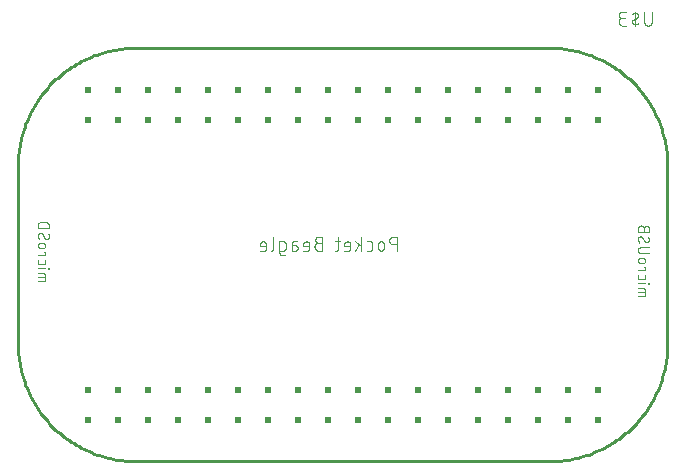
<source format=gbr>
G04 EAGLE Gerber RS-274X export*
G75*
%MOMM*%
%FSLAX34Y34*%
%LPD*%
%INSilkscreen Bottom*%
%IPPOS*%
%AMOC8*
5,1,8,0,0,1.08239X$1,22.5*%
G01*
%ADD10R,0.508000X0.508000*%
%ADD11C,0.254000*%
%ADD12C,0.101600*%
%ADD13C,0.076200*%


D10*
X1007700Y-66300D03*
X1007700Y-40900D03*
X982300Y-40900D03*
X982300Y-66300D03*
X956900Y-40900D03*
X956900Y-66300D03*
X931500Y-40900D03*
X906100Y-40900D03*
X880700Y-40900D03*
X931500Y-66300D03*
X906100Y-66300D03*
X880700Y-66300D03*
X855300Y-40900D03*
X855300Y-66300D03*
X829900Y-40900D03*
X829900Y-66300D03*
X804500Y-40900D03*
X804500Y-66300D03*
X779100Y-40900D03*
X779100Y-66300D03*
X753700Y-40900D03*
X753700Y-66300D03*
X728300Y-40900D03*
X728300Y-66300D03*
X702900Y-40900D03*
X702900Y-66300D03*
X677500Y-40900D03*
X677500Y-66300D03*
X652100Y-40900D03*
X652100Y-66300D03*
X626700Y-40900D03*
X626700Y-66300D03*
X601300Y-40900D03*
X601300Y-66300D03*
X575900Y-40900D03*
X575900Y-66300D03*
X1007700Y187700D03*
X1007700Y213100D03*
X982300Y213100D03*
X982300Y187700D03*
X956900Y213100D03*
X956900Y187700D03*
X931500Y213100D03*
X906100Y213100D03*
X880700Y213100D03*
X931500Y187700D03*
X906100Y187700D03*
X880700Y187700D03*
X855300Y213100D03*
X855300Y187700D03*
X829900Y213100D03*
X829900Y187700D03*
X804500Y213100D03*
X804500Y187700D03*
X779100Y213100D03*
X779100Y187700D03*
X753700Y213100D03*
X753700Y187700D03*
X728300Y213100D03*
X728300Y187700D03*
X702900Y213100D03*
X702900Y187700D03*
X677500Y213100D03*
X677500Y187700D03*
X652100Y213100D03*
X652100Y187700D03*
X626700Y213100D03*
X626700Y187700D03*
X601300Y213100D03*
X601300Y187700D03*
X575900Y213100D03*
X575900Y187700D03*
D11*
X616800Y248400D02*
X966800Y248400D01*
X969216Y248371D01*
X971631Y248283D01*
X974043Y248137D01*
X976451Y247933D01*
X978854Y247671D01*
X981249Y247351D01*
X983636Y246973D01*
X986013Y246537D01*
X988378Y246044D01*
X990732Y245494D01*
X993071Y244888D01*
X995395Y244225D01*
X997702Y243506D01*
X999991Y242731D01*
X1002260Y241902D01*
X1004509Y241017D01*
X1006736Y240079D01*
X1008940Y239087D01*
X1011119Y238043D01*
X1013272Y236946D01*
X1015398Y235797D01*
X1017496Y234597D01*
X1019564Y233347D01*
X1021601Y232047D01*
X1023606Y230698D01*
X1025579Y229302D01*
X1027516Y227858D01*
X1029419Y226367D01*
X1031284Y224832D01*
X1033112Y223251D01*
X1034902Y221627D01*
X1036651Y219960D01*
X1038360Y218251D01*
X1040027Y216502D01*
X1041651Y214712D01*
X1043232Y212884D01*
X1044767Y211019D01*
X1046258Y209116D01*
X1047702Y207179D01*
X1049098Y205206D01*
X1050447Y203201D01*
X1051747Y201164D01*
X1052997Y199096D01*
X1054197Y196998D01*
X1055346Y194872D01*
X1056443Y192719D01*
X1057487Y190540D01*
X1058479Y188336D01*
X1059417Y186109D01*
X1060302Y183860D01*
X1061131Y181591D01*
X1061906Y179302D01*
X1062625Y176995D01*
X1063288Y174671D01*
X1063894Y172332D01*
X1064444Y169978D01*
X1064937Y167613D01*
X1065373Y165236D01*
X1065751Y162849D01*
X1066071Y160454D01*
X1066333Y158051D01*
X1066537Y155643D01*
X1066683Y153231D01*
X1066771Y150816D01*
X1066800Y148400D01*
X1066800Y-1600D01*
X1066771Y-4016D01*
X1066683Y-6431D01*
X1066537Y-8843D01*
X1066333Y-11251D01*
X1066071Y-13654D01*
X1065751Y-16049D01*
X1065373Y-18436D01*
X1064937Y-20813D01*
X1064444Y-23178D01*
X1063894Y-25532D01*
X1063288Y-27871D01*
X1062625Y-30195D01*
X1061906Y-32502D01*
X1061131Y-34791D01*
X1060302Y-37060D01*
X1059417Y-39309D01*
X1058479Y-41536D01*
X1057487Y-43740D01*
X1056443Y-45919D01*
X1055346Y-48072D01*
X1054197Y-50198D01*
X1052997Y-52296D01*
X1051747Y-54364D01*
X1050447Y-56401D01*
X1049098Y-58406D01*
X1047702Y-60379D01*
X1046258Y-62316D01*
X1044767Y-64219D01*
X1043232Y-66084D01*
X1041651Y-67912D01*
X1040027Y-69702D01*
X1038360Y-71451D01*
X1036651Y-73160D01*
X1034902Y-74827D01*
X1033112Y-76451D01*
X1031284Y-78032D01*
X1029419Y-79567D01*
X1027516Y-81058D01*
X1025579Y-82502D01*
X1023606Y-83898D01*
X1021601Y-85247D01*
X1019564Y-86547D01*
X1017496Y-87797D01*
X1015398Y-88997D01*
X1013272Y-90146D01*
X1011119Y-91243D01*
X1008940Y-92287D01*
X1006736Y-93279D01*
X1004509Y-94217D01*
X1002260Y-95102D01*
X999991Y-95931D01*
X997702Y-96706D01*
X995395Y-97425D01*
X993071Y-98088D01*
X990732Y-98694D01*
X988378Y-99244D01*
X986013Y-99737D01*
X983636Y-100173D01*
X981249Y-100551D01*
X978854Y-100871D01*
X976451Y-101133D01*
X974043Y-101337D01*
X971631Y-101483D01*
X969216Y-101571D01*
X966800Y-101600D01*
X616800Y-101600D01*
X614384Y-101571D01*
X611969Y-101483D01*
X609557Y-101337D01*
X607149Y-101133D01*
X604746Y-100871D01*
X602351Y-100551D01*
X599964Y-100173D01*
X597587Y-99737D01*
X595222Y-99244D01*
X592868Y-98694D01*
X590529Y-98088D01*
X588205Y-97425D01*
X585898Y-96706D01*
X583609Y-95931D01*
X581340Y-95102D01*
X579091Y-94217D01*
X576864Y-93279D01*
X574660Y-92287D01*
X572481Y-91243D01*
X570328Y-90146D01*
X568202Y-88997D01*
X566104Y-87797D01*
X564036Y-86547D01*
X561999Y-85247D01*
X559994Y-83898D01*
X558021Y-82502D01*
X556084Y-81058D01*
X554181Y-79567D01*
X552316Y-78032D01*
X550488Y-76451D01*
X548698Y-74827D01*
X546949Y-73160D01*
X545240Y-71451D01*
X543573Y-69702D01*
X541949Y-67912D01*
X540368Y-66084D01*
X538833Y-64219D01*
X537342Y-62316D01*
X535898Y-60379D01*
X534502Y-58406D01*
X533153Y-56401D01*
X531853Y-54364D01*
X530603Y-52296D01*
X529403Y-50198D01*
X528254Y-48072D01*
X527157Y-45919D01*
X526113Y-43740D01*
X525121Y-41536D01*
X524183Y-39309D01*
X523298Y-37060D01*
X522469Y-34791D01*
X521694Y-32502D01*
X520975Y-30195D01*
X520312Y-27871D01*
X519706Y-25532D01*
X519156Y-23178D01*
X518663Y-20813D01*
X518227Y-18436D01*
X517849Y-16049D01*
X517529Y-13654D01*
X517267Y-11251D01*
X517063Y-8843D01*
X516917Y-6431D01*
X516829Y-4016D01*
X516800Y-1600D01*
X516800Y148400D01*
X516829Y150816D01*
X516917Y153231D01*
X517063Y155643D01*
X517267Y158051D01*
X517529Y160454D01*
X517849Y162849D01*
X518227Y165236D01*
X518663Y167613D01*
X519156Y169978D01*
X519706Y172332D01*
X520312Y174671D01*
X520975Y176995D01*
X521694Y179302D01*
X522469Y181591D01*
X523298Y183860D01*
X524183Y186109D01*
X525121Y188336D01*
X526113Y190540D01*
X527157Y192719D01*
X528254Y194872D01*
X529403Y196998D01*
X530603Y199096D01*
X531853Y201164D01*
X533153Y203201D01*
X534502Y205206D01*
X535898Y207179D01*
X537342Y209116D01*
X538833Y211019D01*
X540368Y212884D01*
X541949Y214712D01*
X543573Y216502D01*
X545240Y218251D01*
X546949Y219960D01*
X548698Y221627D01*
X550488Y223251D01*
X552316Y224832D01*
X554181Y226367D01*
X556084Y227858D01*
X558021Y229302D01*
X559994Y230698D01*
X561999Y232047D01*
X564036Y233347D01*
X566104Y234597D01*
X568202Y235797D01*
X570328Y236946D01*
X572481Y238043D01*
X574660Y239087D01*
X576864Y240079D01*
X579091Y241017D01*
X581340Y241902D01*
X583609Y242731D01*
X585898Y243506D01*
X588205Y244225D01*
X590529Y244888D01*
X592868Y245494D01*
X595222Y246044D01*
X597587Y246537D01*
X599964Y246973D01*
X602351Y247351D01*
X604746Y247671D01*
X607149Y247933D01*
X609557Y248137D01*
X611969Y248283D01*
X614384Y248371D01*
X616800Y248400D01*
D12*
X837692Y88392D02*
X837692Y76708D01*
X837692Y88392D02*
X834446Y88392D01*
X834333Y88390D01*
X834220Y88384D01*
X834107Y88374D01*
X833994Y88360D01*
X833882Y88343D01*
X833771Y88321D01*
X833661Y88296D01*
X833551Y88266D01*
X833443Y88233D01*
X833336Y88196D01*
X833230Y88156D01*
X833126Y88111D01*
X833023Y88063D01*
X832922Y88012D01*
X832823Y87957D01*
X832726Y87899D01*
X832631Y87837D01*
X832538Y87772D01*
X832448Y87704D01*
X832360Y87633D01*
X832274Y87558D01*
X832191Y87481D01*
X832111Y87401D01*
X832034Y87318D01*
X831959Y87232D01*
X831888Y87144D01*
X831820Y87054D01*
X831755Y86961D01*
X831693Y86866D01*
X831635Y86769D01*
X831580Y86670D01*
X831529Y86569D01*
X831481Y86466D01*
X831436Y86362D01*
X831396Y86256D01*
X831359Y86149D01*
X831326Y86041D01*
X831296Y85931D01*
X831271Y85821D01*
X831249Y85710D01*
X831232Y85598D01*
X831218Y85485D01*
X831208Y85372D01*
X831202Y85259D01*
X831200Y85146D01*
X831202Y85033D01*
X831208Y84920D01*
X831218Y84807D01*
X831232Y84694D01*
X831249Y84582D01*
X831271Y84471D01*
X831296Y84361D01*
X831326Y84251D01*
X831359Y84143D01*
X831396Y84036D01*
X831436Y83930D01*
X831481Y83826D01*
X831529Y83723D01*
X831580Y83622D01*
X831635Y83523D01*
X831693Y83426D01*
X831755Y83331D01*
X831820Y83238D01*
X831888Y83148D01*
X831959Y83060D01*
X832034Y82974D01*
X832111Y82891D01*
X832191Y82811D01*
X832274Y82734D01*
X832360Y82659D01*
X832448Y82588D01*
X832538Y82520D01*
X832631Y82455D01*
X832726Y82393D01*
X832823Y82335D01*
X832922Y82280D01*
X833023Y82229D01*
X833126Y82181D01*
X833230Y82136D01*
X833336Y82096D01*
X833443Y82059D01*
X833551Y82026D01*
X833661Y81996D01*
X833771Y81971D01*
X833882Y81949D01*
X833994Y81932D01*
X834107Y81918D01*
X834220Y81908D01*
X834333Y81902D01*
X834446Y81900D01*
X834446Y81901D02*
X837692Y81901D01*
X826925Y81901D02*
X826925Y79304D01*
X826925Y81901D02*
X826923Y82002D01*
X826917Y82102D01*
X826907Y82202D01*
X826894Y82302D01*
X826876Y82401D01*
X826855Y82500D01*
X826830Y82597D01*
X826801Y82694D01*
X826768Y82789D01*
X826732Y82883D01*
X826692Y82975D01*
X826649Y83066D01*
X826602Y83155D01*
X826552Y83242D01*
X826498Y83328D01*
X826441Y83411D01*
X826381Y83491D01*
X826318Y83570D01*
X826251Y83646D01*
X826182Y83719D01*
X826110Y83789D01*
X826036Y83857D01*
X825959Y83922D01*
X825879Y83983D01*
X825797Y84042D01*
X825713Y84097D01*
X825627Y84149D01*
X825539Y84198D01*
X825449Y84243D01*
X825357Y84285D01*
X825264Y84323D01*
X825169Y84357D01*
X825074Y84388D01*
X824977Y84415D01*
X824879Y84438D01*
X824780Y84458D01*
X824680Y84473D01*
X824580Y84485D01*
X824480Y84493D01*
X824379Y84497D01*
X824279Y84497D01*
X824178Y84493D01*
X824078Y84485D01*
X823978Y84473D01*
X823878Y84458D01*
X823779Y84438D01*
X823681Y84415D01*
X823584Y84388D01*
X823489Y84357D01*
X823394Y84323D01*
X823301Y84285D01*
X823209Y84243D01*
X823119Y84198D01*
X823031Y84149D01*
X822945Y84097D01*
X822861Y84042D01*
X822779Y83983D01*
X822699Y83922D01*
X822622Y83857D01*
X822548Y83789D01*
X822476Y83719D01*
X822407Y83646D01*
X822340Y83570D01*
X822277Y83491D01*
X822217Y83411D01*
X822160Y83328D01*
X822106Y83242D01*
X822056Y83155D01*
X822009Y83066D01*
X821966Y82975D01*
X821926Y82883D01*
X821890Y82789D01*
X821857Y82694D01*
X821828Y82597D01*
X821803Y82500D01*
X821782Y82401D01*
X821764Y82302D01*
X821751Y82202D01*
X821741Y82102D01*
X821735Y82002D01*
X821733Y81901D01*
X821732Y81901D02*
X821732Y79304D01*
X821733Y79304D02*
X821735Y79203D01*
X821741Y79103D01*
X821751Y79003D01*
X821764Y78903D01*
X821782Y78804D01*
X821803Y78705D01*
X821828Y78608D01*
X821857Y78511D01*
X821890Y78416D01*
X821926Y78322D01*
X821966Y78230D01*
X822009Y78139D01*
X822056Y78050D01*
X822106Y77963D01*
X822160Y77877D01*
X822217Y77794D01*
X822277Y77714D01*
X822340Y77635D01*
X822407Y77559D01*
X822476Y77486D01*
X822548Y77416D01*
X822622Y77348D01*
X822699Y77283D01*
X822779Y77222D01*
X822861Y77163D01*
X822945Y77108D01*
X823031Y77056D01*
X823119Y77007D01*
X823209Y76962D01*
X823301Y76920D01*
X823394Y76882D01*
X823489Y76848D01*
X823584Y76817D01*
X823681Y76790D01*
X823779Y76767D01*
X823878Y76747D01*
X823978Y76732D01*
X824078Y76720D01*
X824178Y76712D01*
X824279Y76708D01*
X824379Y76708D01*
X824480Y76712D01*
X824580Y76720D01*
X824680Y76732D01*
X824780Y76747D01*
X824879Y76767D01*
X824977Y76790D01*
X825074Y76817D01*
X825169Y76848D01*
X825264Y76882D01*
X825357Y76920D01*
X825449Y76962D01*
X825539Y77007D01*
X825627Y77056D01*
X825713Y77108D01*
X825797Y77163D01*
X825879Y77222D01*
X825959Y77283D01*
X826036Y77348D01*
X826110Y77416D01*
X826182Y77486D01*
X826251Y77559D01*
X826318Y77635D01*
X826381Y77714D01*
X826441Y77794D01*
X826498Y77877D01*
X826552Y77963D01*
X826602Y78050D01*
X826649Y78139D01*
X826692Y78230D01*
X826732Y78322D01*
X826768Y78416D01*
X826801Y78511D01*
X826830Y78608D01*
X826855Y78705D01*
X826876Y78804D01*
X826894Y78903D01*
X826907Y79003D01*
X826917Y79103D01*
X826923Y79203D01*
X826925Y79304D01*
X815059Y76708D02*
X812462Y76708D01*
X815059Y76708D02*
X815146Y76710D01*
X815234Y76716D01*
X815320Y76726D01*
X815407Y76739D01*
X815492Y76757D01*
X815577Y76778D01*
X815661Y76803D01*
X815743Y76832D01*
X815824Y76865D01*
X815904Y76901D01*
X815982Y76940D01*
X816058Y76984D01*
X816132Y77030D01*
X816203Y77080D01*
X816273Y77133D01*
X816340Y77189D01*
X816404Y77248D01*
X816466Y77310D01*
X816525Y77374D01*
X816581Y77441D01*
X816634Y77511D01*
X816684Y77582D01*
X816730Y77656D01*
X816774Y77732D01*
X816813Y77810D01*
X816849Y77890D01*
X816882Y77971D01*
X816911Y78053D01*
X816936Y78137D01*
X816957Y78222D01*
X816975Y78307D01*
X816988Y78394D01*
X816998Y78480D01*
X817004Y78568D01*
X817006Y78655D01*
X817006Y82550D01*
X817004Y82637D01*
X816998Y82725D01*
X816988Y82811D01*
X816975Y82898D01*
X816957Y82983D01*
X816936Y83068D01*
X816911Y83152D01*
X816882Y83234D01*
X816849Y83315D01*
X816813Y83395D01*
X816774Y83473D01*
X816730Y83549D01*
X816684Y83623D01*
X816634Y83694D01*
X816581Y83764D01*
X816525Y83831D01*
X816466Y83895D01*
X816404Y83957D01*
X816340Y84016D01*
X816273Y84072D01*
X816203Y84125D01*
X816132Y84175D01*
X816058Y84221D01*
X815982Y84265D01*
X815904Y84304D01*
X815824Y84340D01*
X815743Y84373D01*
X815661Y84402D01*
X815577Y84427D01*
X815492Y84448D01*
X815407Y84466D01*
X815320Y84479D01*
X815234Y84489D01*
X815146Y84495D01*
X815059Y84497D01*
X812462Y84497D01*
X807740Y88392D02*
X807740Y76708D01*
X807740Y80603D02*
X802547Y84497D01*
X805468Y82225D02*
X802547Y76708D01*
X796403Y76708D02*
X793157Y76708D01*
X796403Y76708D02*
X796490Y76710D01*
X796578Y76716D01*
X796664Y76726D01*
X796751Y76739D01*
X796836Y76757D01*
X796921Y76778D01*
X797005Y76803D01*
X797087Y76832D01*
X797168Y76865D01*
X797248Y76901D01*
X797326Y76940D01*
X797402Y76984D01*
X797476Y77030D01*
X797547Y77080D01*
X797617Y77133D01*
X797684Y77189D01*
X797748Y77248D01*
X797810Y77310D01*
X797869Y77374D01*
X797925Y77441D01*
X797978Y77511D01*
X798028Y77582D01*
X798074Y77656D01*
X798118Y77732D01*
X798157Y77810D01*
X798193Y77890D01*
X798226Y77971D01*
X798255Y78053D01*
X798280Y78137D01*
X798301Y78222D01*
X798319Y78307D01*
X798332Y78394D01*
X798342Y78480D01*
X798348Y78568D01*
X798350Y78655D01*
X798350Y81901D01*
X798348Y82002D01*
X798342Y82102D01*
X798332Y82202D01*
X798319Y82302D01*
X798301Y82401D01*
X798280Y82500D01*
X798255Y82597D01*
X798226Y82694D01*
X798193Y82789D01*
X798157Y82883D01*
X798117Y82975D01*
X798074Y83066D01*
X798027Y83155D01*
X797977Y83242D01*
X797923Y83328D01*
X797866Y83411D01*
X797806Y83491D01*
X797743Y83570D01*
X797676Y83646D01*
X797607Y83719D01*
X797535Y83789D01*
X797461Y83857D01*
X797384Y83922D01*
X797304Y83983D01*
X797222Y84042D01*
X797138Y84097D01*
X797052Y84149D01*
X796964Y84198D01*
X796874Y84243D01*
X796782Y84285D01*
X796689Y84323D01*
X796594Y84357D01*
X796499Y84388D01*
X796402Y84415D01*
X796304Y84438D01*
X796205Y84458D01*
X796105Y84473D01*
X796005Y84485D01*
X795905Y84493D01*
X795804Y84497D01*
X795704Y84497D01*
X795603Y84493D01*
X795503Y84485D01*
X795403Y84473D01*
X795303Y84458D01*
X795204Y84438D01*
X795106Y84415D01*
X795009Y84388D01*
X794914Y84357D01*
X794819Y84323D01*
X794726Y84285D01*
X794634Y84243D01*
X794544Y84198D01*
X794456Y84149D01*
X794370Y84097D01*
X794286Y84042D01*
X794204Y83983D01*
X794124Y83922D01*
X794047Y83857D01*
X793973Y83789D01*
X793901Y83719D01*
X793832Y83646D01*
X793765Y83570D01*
X793702Y83491D01*
X793642Y83411D01*
X793585Y83328D01*
X793531Y83242D01*
X793481Y83155D01*
X793434Y83066D01*
X793391Y82975D01*
X793351Y82883D01*
X793315Y82789D01*
X793282Y82694D01*
X793253Y82597D01*
X793228Y82500D01*
X793207Y82401D01*
X793189Y82302D01*
X793176Y82202D01*
X793166Y82102D01*
X793160Y82002D01*
X793158Y81901D01*
X793157Y81901D02*
X793157Y80603D01*
X798350Y80603D01*
X789412Y84497D02*
X785517Y84497D01*
X788113Y88392D02*
X788113Y78655D01*
X788111Y78568D01*
X788105Y78480D01*
X788095Y78394D01*
X788082Y78307D01*
X788064Y78222D01*
X788043Y78137D01*
X788018Y78053D01*
X787989Y77971D01*
X787956Y77890D01*
X787920Y77810D01*
X787881Y77732D01*
X787837Y77656D01*
X787791Y77582D01*
X787741Y77511D01*
X787688Y77441D01*
X787632Y77374D01*
X787573Y77310D01*
X787511Y77248D01*
X787447Y77189D01*
X787380Y77133D01*
X787310Y77080D01*
X787239Y77030D01*
X787165Y76984D01*
X787089Y76940D01*
X787011Y76901D01*
X786931Y76865D01*
X786850Y76832D01*
X786768Y76803D01*
X786684Y76778D01*
X786599Y76757D01*
X786514Y76739D01*
X786427Y76726D01*
X786341Y76716D01*
X786253Y76710D01*
X786166Y76708D01*
X785517Y76708D01*
X774446Y83199D02*
X771201Y83199D01*
X771201Y83200D02*
X771088Y83198D01*
X770975Y83192D01*
X770862Y83182D01*
X770749Y83168D01*
X770637Y83151D01*
X770526Y83129D01*
X770416Y83104D01*
X770306Y83074D01*
X770198Y83041D01*
X770091Y83004D01*
X769985Y82964D01*
X769881Y82919D01*
X769778Y82871D01*
X769677Y82820D01*
X769578Y82765D01*
X769481Y82707D01*
X769386Y82645D01*
X769293Y82580D01*
X769203Y82512D01*
X769115Y82441D01*
X769029Y82366D01*
X768946Y82289D01*
X768866Y82209D01*
X768789Y82126D01*
X768714Y82040D01*
X768643Y81952D01*
X768575Y81862D01*
X768510Y81769D01*
X768448Y81674D01*
X768390Y81577D01*
X768335Y81478D01*
X768284Y81377D01*
X768236Y81274D01*
X768191Y81170D01*
X768151Y81064D01*
X768114Y80957D01*
X768081Y80849D01*
X768051Y80739D01*
X768026Y80629D01*
X768004Y80518D01*
X767987Y80406D01*
X767973Y80293D01*
X767963Y80180D01*
X767957Y80067D01*
X767955Y79954D01*
X767957Y79841D01*
X767963Y79728D01*
X767973Y79615D01*
X767987Y79502D01*
X768004Y79390D01*
X768026Y79279D01*
X768051Y79169D01*
X768081Y79059D01*
X768114Y78951D01*
X768151Y78844D01*
X768191Y78738D01*
X768236Y78634D01*
X768284Y78531D01*
X768335Y78430D01*
X768390Y78331D01*
X768448Y78234D01*
X768510Y78139D01*
X768575Y78046D01*
X768643Y77956D01*
X768714Y77868D01*
X768789Y77782D01*
X768866Y77699D01*
X768946Y77619D01*
X769029Y77542D01*
X769115Y77467D01*
X769203Y77396D01*
X769293Y77328D01*
X769386Y77263D01*
X769481Y77201D01*
X769578Y77143D01*
X769677Y77088D01*
X769778Y77037D01*
X769881Y76989D01*
X769985Y76944D01*
X770091Y76904D01*
X770198Y76867D01*
X770306Y76834D01*
X770416Y76804D01*
X770526Y76779D01*
X770637Y76757D01*
X770749Y76740D01*
X770862Y76726D01*
X770975Y76716D01*
X771088Y76710D01*
X771201Y76708D01*
X774446Y76708D01*
X774446Y88392D01*
X771201Y88392D01*
X771100Y88390D01*
X771000Y88384D01*
X770900Y88374D01*
X770800Y88361D01*
X770701Y88343D01*
X770602Y88322D01*
X770505Y88297D01*
X770408Y88268D01*
X770313Y88235D01*
X770219Y88199D01*
X770127Y88159D01*
X770036Y88116D01*
X769947Y88069D01*
X769860Y88019D01*
X769774Y87965D01*
X769691Y87908D01*
X769611Y87848D01*
X769532Y87785D01*
X769456Y87718D01*
X769383Y87649D01*
X769313Y87577D01*
X769245Y87503D01*
X769180Y87426D01*
X769119Y87346D01*
X769060Y87264D01*
X769005Y87180D01*
X768953Y87094D01*
X768904Y87006D01*
X768859Y86916D01*
X768817Y86824D01*
X768779Y86731D01*
X768745Y86636D01*
X768714Y86541D01*
X768687Y86444D01*
X768664Y86346D01*
X768644Y86247D01*
X768629Y86147D01*
X768617Y86047D01*
X768609Y85947D01*
X768605Y85846D01*
X768605Y85746D01*
X768609Y85645D01*
X768617Y85545D01*
X768629Y85445D01*
X768644Y85345D01*
X768664Y85246D01*
X768687Y85148D01*
X768714Y85051D01*
X768745Y84956D01*
X768779Y84861D01*
X768817Y84768D01*
X768859Y84676D01*
X768904Y84586D01*
X768953Y84498D01*
X769005Y84412D01*
X769060Y84328D01*
X769119Y84246D01*
X769180Y84166D01*
X769245Y84089D01*
X769313Y84015D01*
X769383Y83943D01*
X769456Y83874D01*
X769532Y83807D01*
X769611Y83744D01*
X769691Y83684D01*
X769774Y83627D01*
X769860Y83573D01*
X769947Y83523D01*
X770036Y83476D01*
X770127Y83433D01*
X770219Y83393D01*
X770313Y83357D01*
X770408Y83324D01*
X770505Y83295D01*
X770602Y83270D01*
X770701Y83249D01*
X770800Y83231D01*
X770900Y83218D01*
X771000Y83208D01*
X771100Y83202D01*
X771201Y83200D01*
X761732Y76708D02*
X758486Y76708D01*
X761732Y76708D02*
X761819Y76710D01*
X761907Y76716D01*
X761993Y76726D01*
X762080Y76739D01*
X762165Y76757D01*
X762250Y76778D01*
X762334Y76803D01*
X762416Y76832D01*
X762497Y76865D01*
X762577Y76901D01*
X762655Y76940D01*
X762731Y76984D01*
X762805Y77030D01*
X762876Y77080D01*
X762946Y77133D01*
X763013Y77189D01*
X763077Y77248D01*
X763139Y77310D01*
X763198Y77374D01*
X763254Y77441D01*
X763307Y77511D01*
X763357Y77582D01*
X763403Y77656D01*
X763447Y77732D01*
X763486Y77810D01*
X763522Y77890D01*
X763555Y77971D01*
X763584Y78053D01*
X763609Y78137D01*
X763630Y78222D01*
X763648Y78307D01*
X763661Y78394D01*
X763671Y78480D01*
X763677Y78568D01*
X763679Y78655D01*
X763679Y81901D01*
X763677Y82002D01*
X763671Y82102D01*
X763661Y82202D01*
X763648Y82302D01*
X763630Y82401D01*
X763609Y82500D01*
X763584Y82597D01*
X763555Y82694D01*
X763522Y82789D01*
X763486Y82883D01*
X763446Y82975D01*
X763403Y83066D01*
X763356Y83155D01*
X763306Y83242D01*
X763252Y83328D01*
X763195Y83411D01*
X763135Y83491D01*
X763072Y83570D01*
X763005Y83646D01*
X762936Y83719D01*
X762864Y83789D01*
X762790Y83857D01*
X762713Y83922D01*
X762633Y83983D01*
X762551Y84042D01*
X762467Y84097D01*
X762381Y84149D01*
X762293Y84198D01*
X762203Y84243D01*
X762111Y84285D01*
X762018Y84323D01*
X761923Y84357D01*
X761828Y84388D01*
X761731Y84415D01*
X761633Y84438D01*
X761534Y84458D01*
X761434Y84473D01*
X761334Y84485D01*
X761234Y84493D01*
X761133Y84497D01*
X761033Y84497D01*
X760932Y84493D01*
X760832Y84485D01*
X760732Y84473D01*
X760632Y84458D01*
X760533Y84438D01*
X760435Y84415D01*
X760338Y84388D01*
X760243Y84357D01*
X760148Y84323D01*
X760055Y84285D01*
X759963Y84243D01*
X759873Y84198D01*
X759785Y84149D01*
X759699Y84097D01*
X759615Y84042D01*
X759533Y83983D01*
X759453Y83922D01*
X759376Y83857D01*
X759302Y83789D01*
X759230Y83719D01*
X759161Y83646D01*
X759094Y83570D01*
X759031Y83491D01*
X758971Y83411D01*
X758914Y83328D01*
X758860Y83242D01*
X758810Y83155D01*
X758763Y83066D01*
X758720Y82975D01*
X758680Y82883D01*
X758644Y82789D01*
X758611Y82694D01*
X758582Y82597D01*
X758557Y82500D01*
X758536Y82401D01*
X758518Y82302D01*
X758505Y82202D01*
X758495Y82102D01*
X758489Y82002D01*
X758487Y81901D01*
X758486Y81901D02*
X758486Y80603D01*
X763679Y80603D01*
X751560Y81252D02*
X748639Y81252D01*
X751560Y81252D02*
X751654Y81250D01*
X751748Y81244D01*
X751841Y81235D01*
X751934Y81221D01*
X752026Y81204D01*
X752118Y81182D01*
X752208Y81158D01*
X752298Y81129D01*
X752386Y81097D01*
X752473Y81061D01*
X752558Y81021D01*
X752641Y80978D01*
X752723Y80932D01*
X752803Y80882D01*
X752880Y80829D01*
X752955Y80773D01*
X753028Y80714D01*
X753099Y80652D01*
X753167Y80587D01*
X753232Y80519D01*
X753294Y80448D01*
X753353Y80375D01*
X753409Y80300D01*
X753462Y80223D01*
X753512Y80143D01*
X753558Y80061D01*
X753601Y79978D01*
X753641Y79893D01*
X753677Y79806D01*
X753709Y79718D01*
X753738Y79628D01*
X753762Y79538D01*
X753784Y79446D01*
X753801Y79354D01*
X753815Y79261D01*
X753824Y79168D01*
X753830Y79074D01*
X753832Y78980D01*
X753830Y78886D01*
X753824Y78792D01*
X753815Y78699D01*
X753801Y78606D01*
X753784Y78514D01*
X753762Y78422D01*
X753738Y78332D01*
X753709Y78242D01*
X753677Y78154D01*
X753641Y78067D01*
X753601Y77982D01*
X753558Y77899D01*
X753512Y77817D01*
X753462Y77737D01*
X753409Y77660D01*
X753353Y77585D01*
X753294Y77512D01*
X753232Y77441D01*
X753167Y77373D01*
X753099Y77308D01*
X753028Y77246D01*
X752955Y77187D01*
X752880Y77131D01*
X752803Y77078D01*
X752723Y77028D01*
X752641Y76982D01*
X752558Y76939D01*
X752473Y76899D01*
X752386Y76863D01*
X752298Y76831D01*
X752208Y76802D01*
X752118Y76778D01*
X752026Y76756D01*
X751934Y76739D01*
X751841Y76725D01*
X751748Y76716D01*
X751654Y76710D01*
X751560Y76708D01*
X748639Y76708D01*
X748639Y82550D01*
X748640Y82550D02*
X748642Y82637D01*
X748648Y82725D01*
X748658Y82811D01*
X748671Y82898D01*
X748689Y82983D01*
X748710Y83068D01*
X748735Y83152D01*
X748764Y83234D01*
X748797Y83315D01*
X748833Y83395D01*
X748872Y83473D01*
X748916Y83549D01*
X748962Y83623D01*
X749012Y83694D01*
X749065Y83764D01*
X749121Y83831D01*
X749180Y83896D01*
X749242Y83957D01*
X749306Y84016D01*
X749373Y84072D01*
X749443Y84125D01*
X749514Y84175D01*
X749588Y84221D01*
X749664Y84265D01*
X749742Y84304D01*
X749822Y84340D01*
X749903Y84373D01*
X749985Y84402D01*
X750069Y84427D01*
X750154Y84448D01*
X750239Y84466D01*
X750326Y84479D01*
X750413Y84489D01*
X750500Y84495D01*
X750587Y84497D01*
X753183Y84497D01*
X741598Y76708D02*
X738352Y76708D01*
X741598Y76708D02*
X741685Y76710D01*
X741773Y76716D01*
X741859Y76726D01*
X741946Y76739D01*
X742031Y76757D01*
X742116Y76778D01*
X742200Y76803D01*
X742282Y76832D01*
X742363Y76865D01*
X742443Y76901D01*
X742521Y76940D01*
X742597Y76984D01*
X742671Y77030D01*
X742742Y77080D01*
X742812Y77133D01*
X742879Y77189D01*
X742943Y77248D01*
X743005Y77310D01*
X743064Y77374D01*
X743120Y77441D01*
X743173Y77511D01*
X743223Y77582D01*
X743269Y77656D01*
X743313Y77732D01*
X743352Y77810D01*
X743388Y77890D01*
X743421Y77971D01*
X743450Y78053D01*
X743475Y78137D01*
X743496Y78222D01*
X743514Y78307D01*
X743527Y78394D01*
X743537Y78480D01*
X743543Y78568D01*
X743545Y78655D01*
X743545Y82550D01*
X743543Y82637D01*
X743537Y82725D01*
X743527Y82811D01*
X743514Y82898D01*
X743496Y82983D01*
X743475Y83068D01*
X743450Y83152D01*
X743421Y83234D01*
X743388Y83315D01*
X743352Y83395D01*
X743313Y83473D01*
X743269Y83549D01*
X743223Y83623D01*
X743173Y83694D01*
X743120Y83764D01*
X743064Y83831D01*
X743005Y83895D01*
X742943Y83957D01*
X742879Y84016D01*
X742812Y84072D01*
X742742Y84125D01*
X742671Y84175D01*
X742597Y84221D01*
X742521Y84265D01*
X742443Y84304D01*
X742363Y84340D01*
X742282Y84373D01*
X742200Y84402D01*
X742116Y84427D01*
X742031Y84448D01*
X741946Y84466D01*
X741859Y84479D01*
X741773Y84489D01*
X741685Y84495D01*
X741598Y84497D01*
X738352Y84497D01*
X738352Y74761D01*
X738353Y74761D02*
X738355Y74674D01*
X738361Y74586D01*
X738371Y74500D01*
X738384Y74413D01*
X738402Y74328D01*
X738423Y74243D01*
X738448Y74159D01*
X738477Y74077D01*
X738510Y73996D01*
X738546Y73916D01*
X738585Y73838D01*
X738629Y73762D01*
X738675Y73688D01*
X738725Y73617D01*
X738778Y73547D01*
X738834Y73480D01*
X738893Y73416D01*
X738955Y73354D01*
X739019Y73295D01*
X739086Y73239D01*
X739156Y73186D01*
X739227Y73136D01*
X739301Y73090D01*
X739377Y73046D01*
X739455Y73007D01*
X739535Y72971D01*
X739616Y72938D01*
X739698Y72909D01*
X739782Y72884D01*
X739867Y72863D01*
X739952Y72845D01*
X740039Y72832D01*
X740125Y72822D01*
X740213Y72816D01*
X740300Y72814D01*
X740300Y72813D02*
X742896Y72813D01*
X733050Y78655D02*
X733050Y88392D01*
X733050Y78655D02*
X733048Y78568D01*
X733042Y78480D01*
X733032Y78394D01*
X733019Y78307D01*
X733001Y78222D01*
X732980Y78137D01*
X732955Y78053D01*
X732926Y77971D01*
X732893Y77890D01*
X732857Y77810D01*
X732818Y77732D01*
X732774Y77656D01*
X732728Y77582D01*
X732678Y77511D01*
X732625Y77441D01*
X732569Y77374D01*
X732510Y77310D01*
X732448Y77248D01*
X732384Y77189D01*
X732317Y77133D01*
X732247Y77080D01*
X732176Y77030D01*
X732102Y76984D01*
X732026Y76940D01*
X731948Y76901D01*
X731868Y76865D01*
X731787Y76832D01*
X731705Y76803D01*
X731621Y76778D01*
X731536Y76757D01*
X731451Y76739D01*
X731364Y76726D01*
X731278Y76716D01*
X731190Y76710D01*
X731103Y76708D01*
X725156Y76708D02*
X721911Y76708D01*
X725156Y76708D02*
X725243Y76710D01*
X725331Y76716D01*
X725417Y76726D01*
X725504Y76739D01*
X725589Y76757D01*
X725674Y76778D01*
X725758Y76803D01*
X725840Y76832D01*
X725921Y76865D01*
X726001Y76901D01*
X726079Y76940D01*
X726155Y76984D01*
X726229Y77030D01*
X726300Y77080D01*
X726370Y77133D01*
X726437Y77189D01*
X726501Y77248D01*
X726563Y77310D01*
X726622Y77374D01*
X726678Y77441D01*
X726731Y77511D01*
X726781Y77582D01*
X726827Y77656D01*
X726871Y77732D01*
X726910Y77810D01*
X726946Y77890D01*
X726979Y77971D01*
X727008Y78053D01*
X727033Y78137D01*
X727054Y78222D01*
X727072Y78307D01*
X727085Y78394D01*
X727095Y78480D01*
X727101Y78568D01*
X727103Y78655D01*
X727103Y81901D01*
X727101Y82002D01*
X727095Y82102D01*
X727085Y82202D01*
X727072Y82302D01*
X727054Y82401D01*
X727033Y82500D01*
X727008Y82597D01*
X726979Y82694D01*
X726946Y82789D01*
X726910Y82883D01*
X726870Y82975D01*
X726827Y83066D01*
X726780Y83155D01*
X726730Y83242D01*
X726676Y83328D01*
X726619Y83411D01*
X726559Y83491D01*
X726496Y83570D01*
X726429Y83646D01*
X726360Y83719D01*
X726288Y83789D01*
X726214Y83857D01*
X726137Y83922D01*
X726057Y83983D01*
X725975Y84042D01*
X725891Y84097D01*
X725805Y84149D01*
X725717Y84198D01*
X725627Y84243D01*
X725535Y84285D01*
X725442Y84323D01*
X725347Y84357D01*
X725252Y84388D01*
X725155Y84415D01*
X725057Y84438D01*
X724958Y84458D01*
X724858Y84473D01*
X724758Y84485D01*
X724658Y84493D01*
X724557Y84497D01*
X724457Y84497D01*
X724356Y84493D01*
X724256Y84485D01*
X724156Y84473D01*
X724056Y84458D01*
X723957Y84438D01*
X723859Y84415D01*
X723762Y84388D01*
X723667Y84357D01*
X723572Y84323D01*
X723479Y84285D01*
X723387Y84243D01*
X723297Y84198D01*
X723209Y84149D01*
X723123Y84097D01*
X723039Y84042D01*
X722957Y83983D01*
X722877Y83922D01*
X722800Y83857D01*
X722726Y83789D01*
X722654Y83719D01*
X722585Y83646D01*
X722518Y83570D01*
X722455Y83491D01*
X722395Y83411D01*
X722338Y83328D01*
X722284Y83242D01*
X722234Y83155D01*
X722187Y83066D01*
X722144Y82975D01*
X722104Y82883D01*
X722068Y82789D01*
X722035Y82694D01*
X722006Y82597D01*
X721981Y82500D01*
X721960Y82401D01*
X721942Y82302D01*
X721929Y82202D01*
X721919Y82102D01*
X721913Y82002D01*
X721911Y81901D01*
X721911Y80603D01*
X727103Y80603D01*
D13*
X1041781Y38481D02*
X1048046Y38481D01*
X1048046Y43180D01*
X1048044Y43257D01*
X1048038Y43333D01*
X1048029Y43410D01*
X1048016Y43486D01*
X1047999Y43561D01*
X1047979Y43635D01*
X1047954Y43708D01*
X1047927Y43779D01*
X1047896Y43850D01*
X1047861Y43918D01*
X1047823Y43985D01*
X1047782Y44050D01*
X1047738Y44113D01*
X1047691Y44173D01*
X1047640Y44232D01*
X1047587Y44287D01*
X1047532Y44340D01*
X1047473Y44391D01*
X1047413Y44438D01*
X1047350Y44482D01*
X1047285Y44523D01*
X1047218Y44561D01*
X1047150Y44596D01*
X1047079Y44627D01*
X1047008Y44654D01*
X1046935Y44679D01*
X1046861Y44699D01*
X1046786Y44716D01*
X1046710Y44729D01*
X1046633Y44738D01*
X1046557Y44744D01*
X1046480Y44746D01*
X1041781Y44746D01*
X1041781Y41614D02*
X1048046Y41614D01*
X1048046Y48929D02*
X1041781Y48929D01*
X1050657Y48668D02*
X1051179Y48668D01*
X1051179Y49190D01*
X1050657Y49190D01*
X1050657Y48668D01*
X1041781Y54208D02*
X1041781Y56297D01*
X1041781Y54208D02*
X1041783Y54131D01*
X1041789Y54055D01*
X1041798Y53978D01*
X1041811Y53902D01*
X1041828Y53827D01*
X1041848Y53753D01*
X1041873Y53680D01*
X1041900Y53609D01*
X1041931Y53538D01*
X1041966Y53470D01*
X1042004Y53403D01*
X1042045Y53338D01*
X1042089Y53275D01*
X1042136Y53215D01*
X1042187Y53156D01*
X1042240Y53101D01*
X1042295Y53048D01*
X1042354Y52997D01*
X1042414Y52950D01*
X1042477Y52906D01*
X1042542Y52865D01*
X1042609Y52827D01*
X1042677Y52792D01*
X1042748Y52761D01*
X1042819Y52734D01*
X1042892Y52709D01*
X1042966Y52689D01*
X1043041Y52672D01*
X1043117Y52659D01*
X1043194Y52650D01*
X1043270Y52644D01*
X1043347Y52642D01*
X1046480Y52642D01*
X1046557Y52644D01*
X1046633Y52650D01*
X1046710Y52659D01*
X1046786Y52672D01*
X1046861Y52689D01*
X1046935Y52709D01*
X1047008Y52734D01*
X1047079Y52761D01*
X1047150Y52792D01*
X1047218Y52827D01*
X1047285Y52865D01*
X1047350Y52906D01*
X1047413Y52950D01*
X1047473Y52997D01*
X1047532Y53048D01*
X1047587Y53101D01*
X1047640Y53156D01*
X1047691Y53215D01*
X1047738Y53275D01*
X1047782Y53338D01*
X1047823Y53403D01*
X1047861Y53470D01*
X1047896Y53538D01*
X1047927Y53609D01*
X1047954Y53680D01*
X1047979Y53753D01*
X1047999Y53827D01*
X1048016Y53902D01*
X1048029Y53978D01*
X1048038Y54055D01*
X1048044Y54131D01*
X1048046Y54208D01*
X1048046Y56297D01*
X1048046Y59998D02*
X1041781Y59998D01*
X1048046Y59998D02*
X1048046Y63131D01*
X1047002Y63131D01*
X1045958Y66043D02*
X1043869Y66043D01*
X1045958Y66043D02*
X1046048Y66045D01*
X1046137Y66051D01*
X1046227Y66060D01*
X1046316Y66074D01*
X1046404Y66091D01*
X1046491Y66112D01*
X1046578Y66137D01*
X1046663Y66166D01*
X1046747Y66198D01*
X1046829Y66233D01*
X1046910Y66273D01*
X1046989Y66315D01*
X1047066Y66361D01*
X1047141Y66411D01*
X1047214Y66463D01*
X1047285Y66519D01*
X1047353Y66577D01*
X1047418Y66639D01*
X1047481Y66703D01*
X1047541Y66770D01*
X1047598Y66839D01*
X1047652Y66911D01*
X1047703Y66985D01*
X1047751Y67061D01*
X1047795Y67139D01*
X1047836Y67219D01*
X1047874Y67301D01*
X1047908Y67384D01*
X1047938Y67469D01*
X1047965Y67555D01*
X1047988Y67641D01*
X1048007Y67729D01*
X1048022Y67818D01*
X1048034Y67907D01*
X1048042Y67996D01*
X1048046Y68086D01*
X1048046Y68176D01*
X1048042Y68266D01*
X1048034Y68355D01*
X1048022Y68444D01*
X1048007Y68533D01*
X1047988Y68621D01*
X1047965Y68707D01*
X1047938Y68793D01*
X1047908Y68878D01*
X1047874Y68961D01*
X1047836Y69043D01*
X1047795Y69123D01*
X1047751Y69201D01*
X1047703Y69277D01*
X1047652Y69351D01*
X1047598Y69423D01*
X1047541Y69492D01*
X1047481Y69559D01*
X1047418Y69623D01*
X1047353Y69685D01*
X1047285Y69743D01*
X1047214Y69799D01*
X1047141Y69851D01*
X1047066Y69901D01*
X1046989Y69947D01*
X1046910Y69989D01*
X1046829Y70029D01*
X1046747Y70064D01*
X1046663Y70096D01*
X1046578Y70125D01*
X1046491Y70150D01*
X1046404Y70171D01*
X1046316Y70188D01*
X1046227Y70202D01*
X1046137Y70211D01*
X1046048Y70217D01*
X1045958Y70219D01*
X1045958Y70220D02*
X1043869Y70220D01*
X1043869Y70219D02*
X1043779Y70217D01*
X1043690Y70211D01*
X1043600Y70202D01*
X1043511Y70188D01*
X1043423Y70171D01*
X1043336Y70150D01*
X1043249Y70125D01*
X1043164Y70096D01*
X1043080Y70064D01*
X1042998Y70029D01*
X1042917Y69989D01*
X1042838Y69947D01*
X1042761Y69901D01*
X1042686Y69851D01*
X1042613Y69799D01*
X1042542Y69743D01*
X1042474Y69685D01*
X1042409Y69623D01*
X1042346Y69559D01*
X1042286Y69492D01*
X1042229Y69423D01*
X1042175Y69351D01*
X1042124Y69277D01*
X1042076Y69201D01*
X1042032Y69123D01*
X1041991Y69043D01*
X1041953Y68961D01*
X1041919Y68878D01*
X1041889Y68793D01*
X1041862Y68707D01*
X1041839Y68621D01*
X1041820Y68533D01*
X1041805Y68444D01*
X1041793Y68355D01*
X1041785Y68266D01*
X1041781Y68176D01*
X1041781Y68086D01*
X1041785Y67996D01*
X1041793Y67907D01*
X1041805Y67818D01*
X1041820Y67729D01*
X1041839Y67641D01*
X1041862Y67555D01*
X1041889Y67469D01*
X1041919Y67384D01*
X1041953Y67301D01*
X1041991Y67219D01*
X1042032Y67139D01*
X1042076Y67061D01*
X1042124Y66985D01*
X1042175Y66911D01*
X1042229Y66839D01*
X1042286Y66770D01*
X1042346Y66703D01*
X1042409Y66639D01*
X1042474Y66577D01*
X1042542Y66519D01*
X1042613Y66463D01*
X1042686Y66411D01*
X1042761Y66361D01*
X1042838Y66315D01*
X1042917Y66273D01*
X1042998Y66233D01*
X1043080Y66198D01*
X1043164Y66166D01*
X1043249Y66137D01*
X1043336Y66112D01*
X1043423Y66091D01*
X1043511Y66074D01*
X1043600Y66060D01*
X1043690Y66051D01*
X1043779Y66045D01*
X1043869Y66043D01*
X1044392Y74360D02*
X1051179Y74360D01*
X1044392Y74359D02*
X1044291Y74361D01*
X1044190Y74367D01*
X1044089Y74377D01*
X1043989Y74390D01*
X1043889Y74408D01*
X1043790Y74429D01*
X1043692Y74455D01*
X1043595Y74484D01*
X1043499Y74516D01*
X1043405Y74553D01*
X1043312Y74593D01*
X1043220Y74637D01*
X1043131Y74684D01*
X1043043Y74735D01*
X1042957Y74789D01*
X1042874Y74846D01*
X1042792Y74906D01*
X1042714Y74970D01*
X1042637Y75036D01*
X1042564Y75106D01*
X1042493Y75178D01*
X1042425Y75253D01*
X1042360Y75331D01*
X1042298Y75411D01*
X1042239Y75493D01*
X1042183Y75578D01*
X1042131Y75665D01*
X1042082Y75753D01*
X1042036Y75844D01*
X1041995Y75936D01*
X1041956Y76030D01*
X1041922Y76125D01*
X1041891Y76221D01*
X1041864Y76319D01*
X1041840Y76417D01*
X1041821Y76517D01*
X1041805Y76617D01*
X1041793Y76717D01*
X1041785Y76818D01*
X1041781Y76919D01*
X1041781Y77021D01*
X1041785Y77122D01*
X1041793Y77223D01*
X1041805Y77323D01*
X1041821Y77423D01*
X1041840Y77523D01*
X1041864Y77621D01*
X1041891Y77719D01*
X1041922Y77815D01*
X1041956Y77910D01*
X1041995Y78004D01*
X1042036Y78096D01*
X1042082Y78187D01*
X1042131Y78276D01*
X1042183Y78362D01*
X1042239Y78447D01*
X1042298Y78529D01*
X1042360Y78609D01*
X1042425Y78687D01*
X1042493Y78762D01*
X1042564Y78834D01*
X1042637Y78904D01*
X1042714Y78970D01*
X1042792Y79034D01*
X1042874Y79094D01*
X1042957Y79151D01*
X1043043Y79205D01*
X1043131Y79256D01*
X1043220Y79303D01*
X1043312Y79347D01*
X1043405Y79387D01*
X1043499Y79424D01*
X1043595Y79456D01*
X1043692Y79485D01*
X1043790Y79511D01*
X1043889Y79532D01*
X1043989Y79550D01*
X1044089Y79563D01*
X1044190Y79573D01*
X1044291Y79579D01*
X1044392Y79581D01*
X1051179Y79581D01*
X1043869Y88724D02*
X1043780Y88722D01*
X1043692Y88716D01*
X1043604Y88707D01*
X1043516Y88694D01*
X1043429Y88677D01*
X1043343Y88657D01*
X1043258Y88632D01*
X1043173Y88605D01*
X1043090Y88573D01*
X1043009Y88539D01*
X1042929Y88500D01*
X1042851Y88459D01*
X1042774Y88414D01*
X1042700Y88366D01*
X1042627Y88315D01*
X1042557Y88261D01*
X1042490Y88203D01*
X1042424Y88143D01*
X1042362Y88081D01*
X1042302Y88015D01*
X1042244Y87948D01*
X1042190Y87878D01*
X1042139Y87805D01*
X1042091Y87731D01*
X1042046Y87654D01*
X1042005Y87576D01*
X1041966Y87496D01*
X1041932Y87415D01*
X1041900Y87332D01*
X1041873Y87247D01*
X1041848Y87162D01*
X1041828Y87076D01*
X1041811Y86989D01*
X1041798Y86901D01*
X1041789Y86813D01*
X1041783Y86725D01*
X1041781Y86636D01*
X1041783Y86507D01*
X1041789Y86378D01*
X1041798Y86249D01*
X1041811Y86121D01*
X1041828Y85993D01*
X1041849Y85866D01*
X1041873Y85739D01*
X1041901Y85613D01*
X1041933Y85488D01*
X1041968Y85364D01*
X1042007Y85241D01*
X1042050Y85119D01*
X1042096Y84999D01*
X1042146Y84880D01*
X1042199Y84762D01*
X1042255Y84646D01*
X1042315Y84532D01*
X1042378Y84419D01*
X1042445Y84309D01*
X1042514Y84200D01*
X1042587Y84094D01*
X1042663Y83989D01*
X1042742Y83887D01*
X1042824Y83788D01*
X1042908Y83690D01*
X1042996Y83595D01*
X1043086Y83503D01*
X1049091Y83765D02*
X1049180Y83767D01*
X1049268Y83773D01*
X1049356Y83782D01*
X1049444Y83795D01*
X1049531Y83812D01*
X1049617Y83832D01*
X1049702Y83857D01*
X1049787Y83884D01*
X1049870Y83916D01*
X1049951Y83950D01*
X1050031Y83989D01*
X1050109Y84030D01*
X1050186Y84075D01*
X1050260Y84123D01*
X1050333Y84174D01*
X1050403Y84228D01*
X1050470Y84286D01*
X1050536Y84346D01*
X1050598Y84408D01*
X1050658Y84474D01*
X1050716Y84541D01*
X1050770Y84611D01*
X1050821Y84684D01*
X1050869Y84758D01*
X1050914Y84835D01*
X1050955Y84913D01*
X1050994Y84993D01*
X1051028Y85074D01*
X1051060Y85157D01*
X1051087Y85242D01*
X1051112Y85327D01*
X1051132Y85413D01*
X1051149Y85500D01*
X1051162Y85588D01*
X1051171Y85676D01*
X1051177Y85764D01*
X1051179Y85853D01*
X1051177Y85973D01*
X1051172Y86093D01*
X1051162Y86213D01*
X1051150Y86332D01*
X1051133Y86451D01*
X1051113Y86569D01*
X1051089Y86687D01*
X1051062Y86803D01*
X1051031Y86919D01*
X1050997Y87034D01*
X1050959Y87148D01*
X1050917Y87261D01*
X1050872Y87372D01*
X1050824Y87482D01*
X1050773Y87590D01*
X1050718Y87697D01*
X1050660Y87802D01*
X1050598Y87905D01*
X1050534Y88006D01*
X1050466Y88106D01*
X1050396Y88203D01*
X1047264Y84809D02*
X1047312Y84731D01*
X1047364Y84655D01*
X1047418Y84582D01*
X1047476Y84511D01*
X1047537Y84442D01*
X1047601Y84376D01*
X1047668Y84313D01*
X1047737Y84253D01*
X1047809Y84196D01*
X1047883Y84142D01*
X1047960Y84092D01*
X1048039Y84044D01*
X1048119Y84001D01*
X1048202Y83960D01*
X1048286Y83924D01*
X1048371Y83891D01*
X1048458Y83862D01*
X1048547Y83836D01*
X1048636Y83814D01*
X1048726Y83797D01*
X1048816Y83783D01*
X1048908Y83773D01*
X1048999Y83767D01*
X1049091Y83765D01*
X1045696Y87681D02*
X1045648Y87759D01*
X1045596Y87835D01*
X1045542Y87908D01*
X1045484Y87979D01*
X1045423Y88048D01*
X1045359Y88114D01*
X1045292Y88177D01*
X1045223Y88237D01*
X1045151Y88294D01*
X1045077Y88348D01*
X1045000Y88398D01*
X1044921Y88446D01*
X1044841Y88489D01*
X1044758Y88530D01*
X1044674Y88566D01*
X1044589Y88599D01*
X1044502Y88628D01*
X1044413Y88654D01*
X1044324Y88676D01*
X1044234Y88693D01*
X1044144Y88707D01*
X1044052Y88717D01*
X1043961Y88723D01*
X1043869Y88725D01*
X1045697Y87681D02*
X1047263Y84809D01*
X1047002Y92779D02*
X1047002Y95389D01*
X1047003Y95389D02*
X1047001Y95490D01*
X1046995Y95591D01*
X1046985Y95692D01*
X1046972Y95792D01*
X1046954Y95892D01*
X1046933Y95991D01*
X1046907Y96089D01*
X1046878Y96186D01*
X1046846Y96282D01*
X1046809Y96376D01*
X1046769Y96469D01*
X1046725Y96561D01*
X1046678Y96650D01*
X1046627Y96738D01*
X1046573Y96824D01*
X1046516Y96907D01*
X1046456Y96989D01*
X1046392Y97067D01*
X1046326Y97144D01*
X1046256Y97217D01*
X1046184Y97288D01*
X1046109Y97356D01*
X1046031Y97421D01*
X1045951Y97483D01*
X1045869Y97542D01*
X1045784Y97598D01*
X1045698Y97650D01*
X1045609Y97699D01*
X1045518Y97745D01*
X1045426Y97786D01*
X1045332Y97825D01*
X1045237Y97859D01*
X1045141Y97890D01*
X1045043Y97917D01*
X1044945Y97941D01*
X1044845Y97960D01*
X1044745Y97976D01*
X1044645Y97988D01*
X1044544Y97996D01*
X1044443Y98000D01*
X1044341Y98000D01*
X1044240Y97996D01*
X1044139Y97988D01*
X1044039Y97976D01*
X1043939Y97960D01*
X1043839Y97941D01*
X1043741Y97917D01*
X1043643Y97890D01*
X1043547Y97859D01*
X1043452Y97825D01*
X1043358Y97786D01*
X1043266Y97745D01*
X1043175Y97699D01*
X1043087Y97650D01*
X1043000Y97598D01*
X1042915Y97542D01*
X1042833Y97483D01*
X1042753Y97421D01*
X1042675Y97356D01*
X1042600Y97288D01*
X1042528Y97217D01*
X1042458Y97144D01*
X1042392Y97067D01*
X1042328Y96989D01*
X1042268Y96907D01*
X1042211Y96824D01*
X1042157Y96738D01*
X1042106Y96650D01*
X1042059Y96561D01*
X1042015Y96469D01*
X1041975Y96376D01*
X1041938Y96282D01*
X1041906Y96186D01*
X1041877Y96089D01*
X1041851Y95991D01*
X1041830Y95892D01*
X1041812Y95792D01*
X1041799Y95692D01*
X1041789Y95591D01*
X1041783Y95490D01*
X1041781Y95389D01*
X1041781Y92779D01*
X1051179Y92779D01*
X1051179Y95389D01*
X1051177Y95479D01*
X1051171Y95568D01*
X1051162Y95658D01*
X1051148Y95747D01*
X1051131Y95835D01*
X1051110Y95922D01*
X1051085Y96009D01*
X1051056Y96094D01*
X1051024Y96178D01*
X1050989Y96260D01*
X1050949Y96341D01*
X1050907Y96420D01*
X1050861Y96497D01*
X1050811Y96572D01*
X1050759Y96645D01*
X1050703Y96716D01*
X1050645Y96784D01*
X1050583Y96849D01*
X1050519Y96912D01*
X1050452Y96972D01*
X1050383Y97029D01*
X1050311Y97083D01*
X1050237Y97134D01*
X1050161Y97182D01*
X1050083Y97226D01*
X1050003Y97267D01*
X1049921Y97305D01*
X1049838Y97339D01*
X1049753Y97369D01*
X1049667Y97396D01*
X1049581Y97419D01*
X1049493Y97438D01*
X1049404Y97453D01*
X1049315Y97465D01*
X1049226Y97473D01*
X1049136Y97477D01*
X1049046Y97477D01*
X1048956Y97473D01*
X1048867Y97465D01*
X1048778Y97453D01*
X1048689Y97438D01*
X1048601Y97419D01*
X1048515Y97396D01*
X1048429Y97369D01*
X1048344Y97339D01*
X1048261Y97305D01*
X1048179Y97267D01*
X1048099Y97226D01*
X1048021Y97182D01*
X1047945Y97134D01*
X1047871Y97083D01*
X1047799Y97029D01*
X1047730Y96972D01*
X1047663Y96912D01*
X1047599Y96849D01*
X1047537Y96784D01*
X1047479Y96716D01*
X1047423Y96645D01*
X1047371Y96572D01*
X1047321Y96497D01*
X1047275Y96420D01*
X1047233Y96341D01*
X1047193Y96260D01*
X1047158Y96178D01*
X1047126Y96094D01*
X1047097Y96009D01*
X1047072Y95922D01*
X1047051Y95835D01*
X1047034Y95747D01*
X1047020Y95658D01*
X1047011Y95568D01*
X1047005Y95479D01*
X1047003Y95389D01*
X540046Y51181D02*
X533781Y51181D01*
X540046Y51181D02*
X540046Y55880D01*
X540044Y55957D01*
X540038Y56033D01*
X540029Y56110D01*
X540016Y56186D01*
X539999Y56261D01*
X539979Y56335D01*
X539954Y56408D01*
X539927Y56479D01*
X539896Y56550D01*
X539861Y56618D01*
X539823Y56685D01*
X539782Y56750D01*
X539738Y56813D01*
X539691Y56873D01*
X539640Y56932D01*
X539587Y56987D01*
X539532Y57040D01*
X539473Y57091D01*
X539413Y57138D01*
X539350Y57182D01*
X539285Y57223D01*
X539218Y57261D01*
X539150Y57296D01*
X539079Y57327D01*
X539008Y57354D01*
X538935Y57379D01*
X538861Y57399D01*
X538786Y57416D01*
X538710Y57429D01*
X538633Y57438D01*
X538557Y57444D01*
X538480Y57446D01*
X533781Y57446D01*
X533781Y54314D02*
X540046Y54314D01*
X540046Y61629D02*
X533781Y61629D01*
X542657Y61368D02*
X543179Y61368D01*
X543179Y61890D01*
X542657Y61890D01*
X542657Y61368D01*
X533781Y66908D02*
X533781Y68997D01*
X533781Y66908D02*
X533783Y66831D01*
X533789Y66755D01*
X533798Y66678D01*
X533811Y66602D01*
X533828Y66527D01*
X533848Y66453D01*
X533873Y66380D01*
X533900Y66309D01*
X533931Y66238D01*
X533966Y66170D01*
X534004Y66103D01*
X534045Y66038D01*
X534089Y65975D01*
X534136Y65915D01*
X534187Y65856D01*
X534240Y65801D01*
X534295Y65748D01*
X534354Y65697D01*
X534414Y65650D01*
X534477Y65606D01*
X534542Y65565D01*
X534609Y65527D01*
X534677Y65492D01*
X534748Y65461D01*
X534819Y65434D01*
X534892Y65409D01*
X534966Y65389D01*
X535041Y65372D01*
X535117Y65359D01*
X535194Y65350D01*
X535270Y65344D01*
X535347Y65342D01*
X538480Y65342D01*
X538557Y65344D01*
X538633Y65350D01*
X538710Y65359D01*
X538786Y65372D01*
X538861Y65389D01*
X538935Y65409D01*
X539008Y65434D01*
X539079Y65461D01*
X539150Y65492D01*
X539218Y65527D01*
X539285Y65565D01*
X539350Y65606D01*
X539413Y65650D01*
X539473Y65697D01*
X539532Y65748D01*
X539587Y65801D01*
X539640Y65856D01*
X539691Y65915D01*
X539738Y65975D01*
X539782Y66038D01*
X539823Y66103D01*
X539861Y66170D01*
X539896Y66238D01*
X539927Y66309D01*
X539954Y66380D01*
X539979Y66453D01*
X539999Y66527D01*
X540016Y66602D01*
X540029Y66678D01*
X540038Y66755D01*
X540044Y66831D01*
X540046Y66908D01*
X540046Y68997D01*
X540046Y72698D02*
X533781Y72698D01*
X540046Y72698D02*
X540046Y75831D01*
X539002Y75831D01*
X537958Y78743D02*
X535869Y78743D01*
X537958Y78743D02*
X538048Y78745D01*
X538137Y78751D01*
X538227Y78760D01*
X538316Y78774D01*
X538404Y78791D01*
X538491Y78812D01*
X538578Y78837D01*
X538663Y78866D01*
X538747Y78898D01*
X538829Y78933D01*
X538910Y78973D01*
X538989Y79015D01*
X539066Y79061D01*
X539141Y79111D01*
X539214Y79163D01*
X539285Y79219D01*
X539353Y79277D01*
X539418Y79339D01*
X539481Y79403D01*
X539541Y79470D01*
X539598Y79539D01*
X539652Y79611D01*
X539703Y79685D01*
X539751Y79761D01*
X539795Y79839D01*
X539836Y79919D01*
X539874Y80001D01*
X539908Y80084D01*
X539938Y80169D01*
X539965Y80255D01*
X539988Y80341D01*
X540007Y80429D01*
X540022Y80518D01*
X540034Y80607D01*
X540042Y80696D01*
X540046Y80786D01*
X540046Y80876D01*
X540042Y80966D01*
X540034Y81055D01*
X540022Y81144D01*
X540007Y81233D01*
X539988Y81321D01*
X539965Y81407D01*
X539938Y81493D01*
X539908Y81578D01*
X539874Y81661D01*
X539836Y81743D01*
X539795Y81823D01*
X539751Y81901D01*
X539703Y81977D01*
X539652Y82051D01*
X539598Y82123D01*
X539541Y82192D01*
X539481Y82259D01*
X539418Y82323D01*
X539353Y82385D01*
X539285Y82443D01*
X539214Y82499D01*
X539141Y82551D01*
X539066Y82601D01*
X538989Y82647D01*
X538910Y82689D01*
X538829Y82729D01*
X538747Y82764D01*
X538663Y82796D01*
X538578Y82825D01*
X538491Y82850D01*
X538404Y82871D01*
X538316Y82888D01*
X538227Y82902D01*
X538137Y82911D01*
X538048Y82917D01*
X537958Y82919D01*
X537958Y82920D02*
X535869Y82920D01*
X535869Y82919D02*
X535779Y82917D01*
X535690Y82911D01*
X535600Y82902D01*
X535511Y82888D01*
X535423Y82871D01*
X535336Y82850D01*
X535249Y82825D01*
X535164Y82796D01*
X535080Y82764D01*
X534998Y82729D01*
X534917Y82689D01*
X534838Y82647D01*
X534761Y82601D01*
X534686Y82551D01*
X534613Y82499D01*
X534542Y82443D01*
X534474Y82385D01*
X534409Y82323D01*
X534346Y82259D01*
X534286Y82192D01*
X534229Y82123D01*
X534175Y82051D01*
X534124Y81977D01*
X534076Y81901D01*
X534032Y81823D01*
X533991Y81743D01*
X533953Y81661D01*
X533919Y81578D01*
X533889Y81493D01*
X533862Y81407D01*
X533839Y81321D01*
X533820Y81233D01*
X533805Y81144D01*
X533793Y81055D01*
X533785Y80966D01*
X533781Y80876D01*
X533781Y80786D01*
X533785Y80696D01*
X533793Y80607D01*
X533805Y80518D01*
X533820Y80429D01*
X533839Y80341D01*
X533862Y80255D01*
X533889Y80169D01*
X533919Y80084D01*
X533953Y80001D01*
X533991Y79919D01*
X534032Y79839D01*
X534076Y79761D01*
X534124Y79685D01*
X534175Y79611D01*
X534229Y79539D01*
X534286Y79470D01*
X534346Y79403D01*
X534409Y79339D01*
X534474Y79277D01*
X534542Y79219D01*
X534613Y79163D01*
X534686Y79111D01*
X534761Y79061D01*
X534838Y79015D01*
X534917Y78973D01*
X534998Y78933D01*
X535080Y78898D01*
X535164Y78866D01*
X535249Y78837D01*
X535336Y78812D01*
X535423Y78791D01*
X535511Y78774D01*
X535600Y78760D01*
X535690Y78751D01*
X535779Y78745D01*
X535869Y78743D01*
X533781Y89583D02*
X533783Y89672D01*
X533789Y89760D01*
X533798Y89848D01*
X533811Y89936D01*
X533828Y90023D01*
X533848Y90109D01*
X533873Y90194D01*
X533900Y90279D01*
X533932Y90362D01*
X533966Y90443D01*
X534005Y90523D01*
X534046Y90601D01*
X534091Y90678D01*
X534139Y90752D01*
X534190Y90825D01*
X534244Y90895D01*
X534302Y90962D01*
X534362Y91028D01*
X534424Y91090D01*
X534490Y91150D01*
X534557Y91208D01*
X534627Y91262D01*
X534700Y91313D01*
X534774Y91361D01*
X534851Y91406D01*
X534929Y91447D01*
X535009Y91486D01*
X535090Y91520D01*
X535173Y91552D01*
X535258Y91579D01*
X535343Y91604D01*
X535429Y91624D01*
X535516Y91641D01*
X535604Y91654D01*
X535692Y91663D01*
X535780Y91669D01*
X535869Y91671D01*
X533781Y89583D02*
X533783Y89454D01*
X533789Y89325D01*
X533798Y89196D01*
X533811Y89068D01*
X533828Y88940D01*
X533849Y88813D01*
X533873Y88686D01*
X533901Y88560D01*
X533933Y88435D01*
X533968Y88311D01*
X534007Y88188D01*
X534050Y88066D01*
X534096Y87946D01*
X534146Y87827D01*
X534199Y87709D01*
X534255Y87593D01*
X534315Y87479D01*
X534378Y87366D01*
X534445Y87256D01*
X534514Y87147D01*
X534587Y87041D01*
X534663Y86936D01*
X534742Y86834D01*
X534824Y86735D01*
X534908Y86637D01*
X534996Y86542D01*
X535086Y86450D01*
X541091Y86712D02*
X541180Y86714D01*
X541268Y86720D01*
X541356Y86729D01*
X541444Y86742D01*
X541531Y86759D01*
X541617Y86779D01*
X541702Y86804D01*
X541787Y86831D01*
X541870Y86863D01*
X541951Y86897D01*
X542031Y86936D01*
X542109Y86977D01*
X542186Y87022D01*
X542260Y87070D01*
X542333Y87121D01*
X542403Y87175D01*
X542470Y87233D01*
X542536Y87293D01*
X542598Y87355D01*
X542658Y87421D01*
X542716Y87488D01*
X542770Y87558D01*
X542821Y87631D01*
X542869Y87705D01*
X542914Y87782D01*
X542955Y87860D01*
X542994Y87940D01*
X543028Y88021D01*
X543060Y88104D01*
X543087Y88189D01*
X543112Y88274D01*
X543132Y88360D01*
X543149Y88447D01*
X543162Y88535D01*
X543171Y88623D01*
X543177Y88711D01*
X543179Y88800D01*
X543177Y88920D01*
X543172Y89040D01*
X543162Y89160D01*
X543150Y89279D01*
X543133Y89398D01*
X543113Y89516D01*
X543089Y89634D01*
X543062Y89750D01*
X543031Y89866D01*
X542997Y89981D01*
X542959Y90095D01*
X542917Y90208D01*
X542872Y90319D01*
X542824Y90429D01*
X542773Y90537D01*
X542718Y90644D01*
X542660Y90749D01*
X542598Y90852D01*
X542534Y90953D01*
X542466Y91053D01*
X542396Y91150D01*
X539264Y87755D02*
X539312Y87677D01*
X539364Y87601D01*
X539418Y87528D01*
X539476Y87457D01*
X539537Y87388D01*
X539601Y87322D01*
X539668Y87259D01*
X539737Y87199D01*
X539809Y87142D01*
X539883Y87088D01*
X539960Y87038D01*
X540039Y86990D01*
X540119Y86947D01*
X540202Y86906D01*
X540286Y86870D01*
X540371Y86837D01*
X540458Y86808D01*
X540547Y86782D01*
X540636Y86760D01*
X540726Y86743D01*
X540816Y86729D01*
X540908Y86719D01*
X540999Y86713D01*
X541091Y86711D01*
X537696Y90627D02*
X537648Y90705D01*
X537596Y90781D01*
X537542Y90854D01*
X537484Y90925D01*
X537423Y90994D01*
X537359Y91060D01*
X537292Y91123D01*
X537223Y91183D01*
X537151Y91240D01*
X537077Y91294D01*
X537000Y91344D01*
X536921Y91392D01*
X536841Y91435D01*
X536758Y91476D01*
X536674Y91512D01*
X536589Y91545D01*
X536502Y91574D01*
X536413Y91600D01*
X536324Y91622D01*
X536234Y91639D01*
X536144Y91653D01*
X536052Y91663D01*
X535961Y91669D01*
X535869Y91671D01*
X537697Y90627D02*
X539263Y87755D01*
X543179Y95594D02*
X533781Y95594D01*
X543179Y95594D02*
X543179Y98205D01*
X543177Y98305D01*
X543171Y98405D01*
X543162Y98504D01*
X543148Y98604D01*
X543131Y98702D01*
X543110Y98800D01*
X543086Y98897D01*
X543057Y98993D01*
X543025Y99088D01*
X542990Y99181D01*
X542951Y99273D01*
X542908Y99364D01*
X542862Y99452D01*
X542812Y99539D01*
X542760Y99624D01*
X542704Y99707D01*
X542645Y99788D01*
X542582Y99866D01*
X542517Y99942D01*
X542449Y100016D01*
X542379Y100086D01*
X542305Y100154D01*
X542229Y100219D01*
X542151Y100282D01*
X542070Y100341D01*
X541987Y100397D01*
X541902Y100449D01*
X541815Y100499D01*
X541727Y100545D01*
X541636Y100588D01*
X541544Y100627D01*
X541451Y100662D01*
X541356Y100694D01*
X541260Y100723D01*
X541163Y100747D01*
X541065Y100768D01*
X540967Y100785D01*
X540867Y100799D01*
X540768Y100808D01*
X540668Y100814D01*
X540568Y100816D01*
X540568Y100815D02*
X536392Y100815D01*
X536392Y100816D02*
X536292Y100814D01*
X536192Y100808D01*
X536093Y100799D01*
X535993Y100785D01*
X535895Y100768D01*
X535797Y100747D01*
X535700Y100723D01*
X535604Y100694D01*
X535509Y100662D01*
X535416Y100627D01*
X535324Y100588D01*
X535233Y100545D01*
X535145Y100499D01*
X535058Y100449D01*
X534973Y100397D01*
X534890Y100341D01*
X534809Y100282D01*
X534731Y100219D01*
X534655Y100154D01*
X534581Y100086D01*
X534511Y100016D01*
X534443Y99942D01*
X534378Y99866D01*
X534315Y99788D01*
X534256Y99707D01*
X534200Y99624D01*
X534148Y99539D01*
X534098Y99452D01*
X534052Y99364D01*
X534009Y99273D01*
X533970Y99181D01*
X533935Y99088D01*
X533903Y98993D01*
X533874Y98897D01*
X533850Y98800D01*
X533829Y98702D01*
X533812Y98604D01*
X533798Y98504D01*
X533789Y98405D01*
X533783Y98305D01*
X533781Y98205D01*
X533781Y95594D01*
D12*
X1053592Y270454D02*
X1053592Y278892D01*
X1053592Y270454D02*
X1053590Y270341D01*
X1053584Y270228D01*
X1053574Y270115D01*
X1053560Y270002D01*
X1053543Y269890D01*
X1053521Y269779D01*
X1053496Y269669D01*
X1053466Y269559D01*
X1053433Y269451D01*
X1053396Y269344D01*
X1053356Y269238D01*
X1053311Y269134D01*
X1053263Y269031D01*
X1053212Y268930D01*
X1053157Y268831D01*
X1053099Y268734D01*
X1053037Y268639D01*
X1052972Y268546D01*
X1052904Y268456D01*
X1052833Y268368D01*
X1052758Y268282D01*
X1052681Y268199D01*
X1052601Y268119D01*
X1052518Y268042D01*
X1052432Y267967D01*
X1052344Y267896D01*
X1052254Y267828D01*
X1052161Y267763D01*
X1052066Y267701D01*
X1051969Y267643D01*
X1051870Y267588D01*
X1051769Y267537D01*
X1051666Y267489D01*
X1051562Y267444D01*
X1051456Y267404D01*
X1051349Y267367D01*
X1051241Y267334D01*
X1051131Y267304D01*
X1051021Y267279D01*
X1050910Y267257D01*
X1050798Y267240D01*
X1050685Y267226D01*
X1050572Y267216D01*
X1050459Y267210D01*
X1050346Y267208D01*
X1050233Y267210D01*
X1050120Y267216D01*
X1050007Y267226D01*
X1049894Y267240D01*
X1049782Y267257D01*
X1049671Y267279D01*
X1049561Y267304D01*
X1049451Y267334D01*
X1049343Y267367D01*
X1049236Y267404D01*
X1049130Y267444D01*
X1049026Y267489D01*
X1048923Y267537D01*
X1048822Y267588D01*
X1048723Y267643D01*
X1048626Y267701D01*
X1048531Y267763D01*
X1048438Y267828D01*
X1048348Y267896D01*
X1048260Y267967D01*
X1048174Y268042D01*
X1048091Y268119D01*
X1048011Y268199D01*
X1047934Y268282D01*
X1047859Y268368D01*
X1047788Y268456D01*
X1047720Y268546D01*
X1047655Y268639D01*
X1047593Y268734D01*
X1047535Y268831D01*
X1047480Y268930D01*
X1047429Y269031D01*
X1047381Y269134D01*
X1047336Y269238D01*
X1047296Y269344D01*
X1047259Y269451D01*
X1047226Y269559D01*
X1047196Y269669D01*
X1047171Y269779D01*
X1047149Y269890D01*
X1047132Y270002D01*
X1047118Y270115D01*
X1047108Y270228D01*
X1047102Y270341D01*
X1047100Y270454D01*
X1047101Y270454D02*
X1047101Y278892D01*
X1039297Y278892D02*
X1039297Y267208D01*
X1039297Y273050D02*
X1040920Y274024D01*
X1040921Y274023D02*
X1040994Y274070D01*
X1041065Y274119D01*
X1041135Y274172D01*
X1041201Y274228D01*
X1041265Y274287D01*
X1041327Y274348D01*
X1041385Y274412D01*
X1041441Y274479D01*
X1041493Y274548D01*
X1041543Y274620D01*
X1041589Y274694D01*
X1041632Y274769D01*
X1041671Y274847D01*
X1041707Y274926D01*
X1041739Y275007D01*
X1041768Y275089D01*
X1041793Y275172D01*
X1041814Y275256D01*
X1041831Y275341D01*
X1041845Y275427D01*
X1041854Y275513D01*
X1041860Y275600D01*
X1041862Y275687D01*
X1041860Y275774D01*
X1041854Y275861D01*
X1041844Y275947D01*
X1041831Y276033D01*
X1041813Y276118D01*
X1041792Y276202D01*
X1041767Y276285D01*
X1041738Y276368D01*
X1041706Y276448D01*
X1041670Y276527D01*
X1041631Y276605D01*
X1041588Y276680D01*
X1041541Y276754D01*
X1041492Y276825D01*
X1041439Y276895D01*
X1041384Y276961D01*
X1041325Y277025D01*
X1041264Y277087D01*
X1041199Y277146D01*
X1041133Y277201D01*
X1041064Y277254D01*
X1040992Y277304D01*
X1040919Y277350D01*
X1040843Y277393D01*
X1040766Y277432D01*
X1040687Y277468D01*
X1040606Y277501D01*
X1040524Y277529D01*
X1040441Y277555D01*
X1040357Y277576D01*
X1040271Y277593D01*
X1040271Y277594D02*
X1040131Y277618D01*
X1039989Y277638D01*
X1039848Y277654D01*
X1039706Y277665D01*
X1039563Y277673D01*
X1039421Y277677D01*
X1039278Y277678D01*
X1039135Y277674D01*
X1038993Y277666D01*
X1038851Y277654D01*
X1038709Y277638D01*
X1038568Y277619D01*
X1038427Y277595D01*
X1038287Y277568D01*
X1038148Y277536D01*
X1038010Y277501D01*
X1037872Y277462D01*
X1037736Y277419D01*
X1037602Y277373D01*
X1037468Y277322D01*
X1037336Y277269D01*
X1037206Y277211D01*
X1037077Y277150D01*
X1036950Y277085D01*
X1036824Y277017D01*
X1036701Y276945D01*
X1039297Y273050D02*
X1037675Y272076D01*
X1037674Y272077D02*
X1037601Y272030D01*
X1037530Y271981D01*
X1037460Y271928D01*
X1037394Y271872D01*
X1037330Y271813D01*
X1037268Y271752D01*
X1037210Y271688D01*
X1037154Y271621D01*
X1037102Y271552D01*
X1037052Y271480D01*
X1037006Y271406D01*
X1036963Y271331D01*
X1036924Y271253D01*
X1036888Y271174D01*
X1036856Y271093D01*
X1036827Y271011D01*
X1036802Y270928D01*
X1036781Y270844D01*
X1036764Y270759D01*
X1036750Y270673D01*
X1036741Y270587D01*
X1036735Y270500D01*
X1036733Y270413D01*
X1036735Y270326D01*
X1036741Y270239D01*
X1036751Y270153D01*
X1036764Y270067D01*
X1036782Y269982D01*
X1036803Y269898D01*
X1036828Y269815D01*
X1036857Y269732D01*
X1036889Y269652D01*
X1036925Y269573D01*
X1036964Y269495D01*
X1037007Y269420D01*
X1037054Y269346D01*
X1037103Y269275D01*
X1037156Y269205D01*
X1037211Y269139D01*
X1037270Y269075D01*
X1037331Y269013D01*
X1037396Y268954D01*
X1037462Y268899D01*
X1037531Y268846D01*
X1037603Y268796D01*
X1037676Y268750D01*
X1037752Y268707D01*
X1037829Y268668D01*
X1037908Y268632D01*
X1037989Y268599D01*
X1038071Y268571D01*
X1038154Y268545D01*
X1038238Y268524D01*
X1038323Y268507D01*
X1038324Y268506D02*
X1038464Y268482D01*
X1038606Y268462D01*
X1038747Y268446D01*
X1038889Y268435D01*
X1039032Y268427D01*
X1039174Y268423D01*
X1039317Y268422D01*
X1039460Y268426D01*
X1039602Y268434D01*
X1039744Y268446D01*
X1039886Y268462D01*
X1040027Y268481D01*
X1040168Y268505D01*
X1040308Y268532D01*
X1040447Y268564D01*
X1040585Y268599D01*
X1040723Y268638D01*
X1040859Y268681D01*
X1040993Y268727D01*
X1041127Y268778D01*
X1041259Y268831D01*
X1041390Y268889D01*
X1041518Y268950D01*
X1041645Y269015D01*
X1041771Y269083D01*
X1041894Y269155D01*
X1031875Y267208D02*
X1028630Y267208D01*
X1028517Y267210D01*
X1028404Y267216D01*
X1028291Y267226D01*
X1028178Y267240D01*
X1028066Y267257D01*
X1027955Y267279D01*
X1027845Y267304D01*
X1027735Y267334D01*
X1027627Y267367D01*
X1027520Y267404D01*
X1027414Y267444D01*
X1027310Y267489D01*
X1027207Y267537D01*
X1027106Y267588D01*
X1027007Y267643D01*
X1026910Y267701D01*
X1026815Y267763D01*
X1026722Y267828D01*
X1026632Y267896D01*
X1026544Y267967D01*
X1026458Y268042D01*
X1026375Y268119D01*
X1026295Y268199D01*
X1026218Y268282D01*
X1026143Y268368D01*
X1026072Y268456D01*
X1026004Y268546D01*
X1025939Y268639D01*
X1025877Y268734D01*
X1025819Y268831D01*
X1025764Y268930D01*
X1025713Y269031D01*
X1025665Y269134D01*
X1025620Y269238D01*
X1025580Y269344D01*
X1025543Y269451D01*
X1025510Y269559D01*
X1025480Y269669D01*
X1025455Y269779D01*
X1025433Y269890D01*
X1025416Y270002D01*
X1025402Y270115D01*
X1025392Y270228D01*
X1025386Y270341D01*
X1025384Y270454D01*
X1025386Y270567D01*
X1025392Y270680D01*
X1025402Y270793D01*
X1025416Y270906D01*
X1025433Y271018D01*
X1025455Y271129D01*
X1025480Y271239D01*
X1025510Y271349D01*
X1025543Y271457D01*
X1025580Y271564D01*
X1025620Y271670D01*
X1025665Y271774D01*
X1025713Y271877D01*
X1025764Y271978D01*
X1025819Y272077D01*
X1025877Y272174D01*
X1025939Y272269D01*
X1026004Y272362D01*
X1026072Y272452D01*
X1026143Y272540D01*
X1026218Y272626D01*
X1026295Y272709D01*
X1026375Y272789D01*
X1026458Y272866D01*
X1026544Y272941D01*
X1026632Y273012D01*
X1026722Y273080D01*
X1026815Y273145D01*
X1026910Y273207D01*
X1027007Y273265D01*
X1027106Y273320D01*
X1027207Y273371D01*
X1027310Y273419D01*
X1027414Y273464D01*
X1027520Y273504D01*
X1027627Y273541D01*
X1027735Y273574D01*
X1027845Y273604D01*
X1027955Y273629D01*
X1028066Y273651D01*
X1028178Y273668D01*
X1028291Y273682D01*
X1028404Y273692D01*
X1028517Y273698D01*
X1028630Y273700D01*
X1027980Y278892D02*
X1031875Y278892D01*
X1027980Y278892D02*
X1027879Y278890D01*
X1027779Y278884D01*
X1027679Y278874D01*
X1027579Y278861D01*
X1027480Y278843D01*
X1027381Y278822D01*
X1027284Y278797D01*
X1027187Y278768D01*
X1027092Y278735D01*
X1026998Y278699D01*
X1026906Y278659D01*
X1026815Y278616D01*
X1026726Y278569D01*
X1026639Y278519D01*
X1026553Y278465D01*
X1026470Y278408D01*
X1026390Y278348D01*
X1026311Y278285D01*
X1026235Y278218D01*
X1026162Y278149D01*
X1026092Y278077D01*
X1026024Y278003D01*
X1025959Y277926D01*
X1025898Y277846D01*
X1025839Y277764D01*
X1025784Y277680D01*
X1025732Y277594D01*
X1025683Y277506D01*
X1025638Y277416D01*
X1025596Y277324D01*
X1025558Y277231D01*
X1025524Y277136D01*
X1025493Y277041D01*
X1025466Y276944D01*
X1025443Y276846D01*
X1025423Y276747D01*
X1025408Y276647D01*
X1025396Y276547D01*
X1025388Y276447D01*
X1025384Y276346D01*
X1025384Y276246D01*
X1025388Y276145D01*
X1025396Y276045D01*
X1025408Y275945D01*
X1025423Y275845D01*
X1025443Y275746D01*
X1025466Y275648D01*
X1025493Y275551D01*
X1025524Y275456D01*
X1025558Y275361D01*
X1025596Y275268D01*
X1025638Y275176D01*
X1025683Y275086D01*
X1025732Y274998D01*
X1025784Y274912D01*
X1025839Y274828D01*
X1025898Y274746D01*
X1025959Y274666D01*
X1026024Y274589D01*
X1026092Y274515D01*
X1026162Y274443D01*
X1026235Y274374D01*
X1026311Y274307D01*
X1026390Y274244D01*
X1026470Y274184D01*
X1026553Y274127D01*
X1026639Y274073D01*
X1026726Y274023D01*
X1026815Y273976D01*
X1026906Y273933D01*
X1026998Y273893D01*
X1027092Y273857D01*
X1027187Y273824D01*
X1027284Y273795D01*
X1027381Y273770D01*
X1027480Y273749D01*
X1027579Y273731D01*
X1027679Y273718D01*
X1027779Y273708D01*
X1027879Y273702D01*
X1027980Y273700D01*
X1027980Y273699D02*
X1030577Y273699D01*
M02*

</source>
